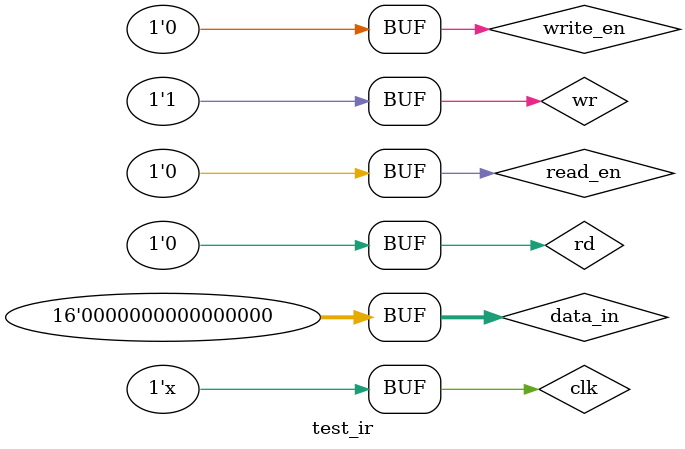
<source format=v>
`timescale 1ns / 1ps


module test_ir;

	// Inputs
	reg write_en;
	reg read_en;
	reg [15:0] data_in;
	reg clk;
	reg rd;
	reg wr;

	// Outputs
	wire [15:0] data_out;
	wire [15:0] to_cu;

	// Bidirs
	wire [15:0] memory_bus;

	// Instantiate the Unit Under Test (UUT)
	registerSpecial uut (
		.write_en(write_en), 
		.read_en(read_en), 
		.data_in(data_in), 
		.data_out(data_out), 
		.clk(clk), 
		.memory_bus(memory_bus), 
		.rd(rd), 
		.wr(wr), 
		.to_cu(to_cu)
	);
	
	always begin
	#5 clk=~clk;
	end

	initial begin
		// Initialize Inputs
		write_en = 0;
		read_en = 0;
		data_in = 0;
		clk = 0;
		rd = 0;
		wr = 0;
	
		// Wait 100 ns for global reset to finish
		#102;
        wr =1;
		// Add stimulus here

	end
      
endmodule


</source>
